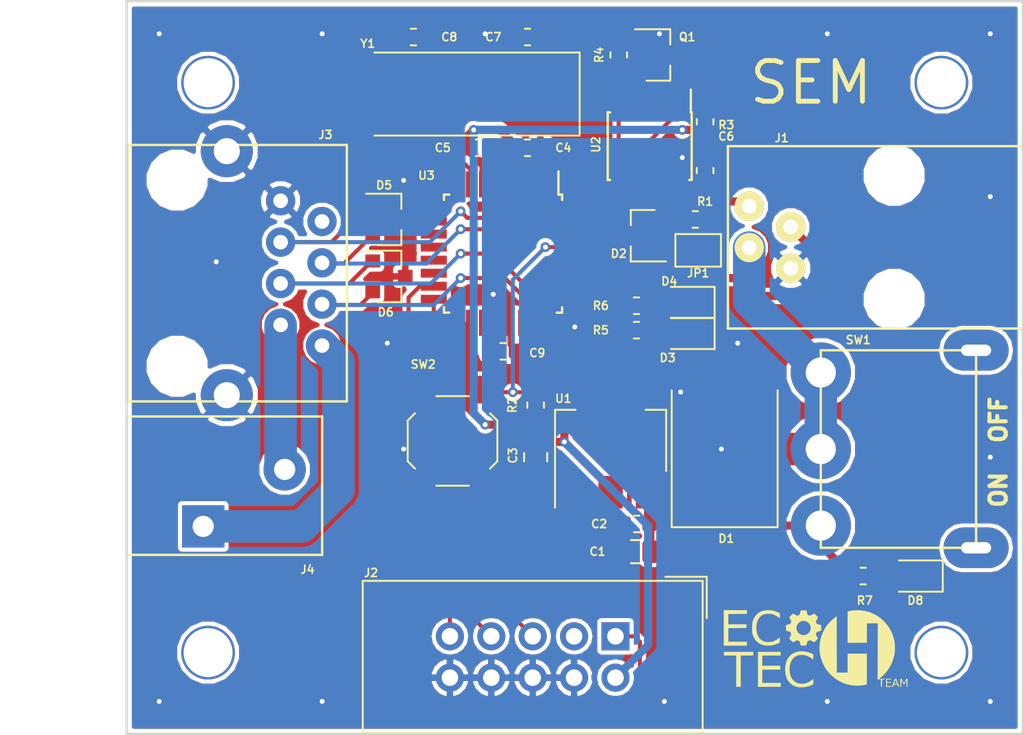
<source format=kicad_pcb>
(kicad_pcb (version 20171130) (host pcbnew 5.0.2-bee76a0~70~ubuntu18.04.1)
  (layers (0 F.Cu signal) (31 B.Cu signal) (34 B.Paste user hide) (35 F.Paste user) (36 B.SilkS user) (37 F.SilkS user) (38 B.Mask user) (39 F.Mask user) (44 Edge.Cuts user))
  (net 0 "")
  (net 1 +5V)
  (net 2 /RST)
  (net 3 "Net-(Q1-Pad3)")
  (net 4 /LED_R)
  (net 5 "Net-(D3-Pad2)")
  (net 6 "Net-(D4-Pad2)")
  (net 7 /LED_G)
  (net 8 +12V)
  (net 9 "Net-(D8-Pad2)")
  (net 10 GND)
  (net 11 /TX)
  (net 12 "Net-(JP1-Pad1)")
  (net 13 /B)
  (net 14 /B1)
  (net 15 /B2)
  (net 16 /B4)
  (net 17 /B3)
  (net 18 /A)
  (net 19 /RX)
  (net 20 "Net-(U3-Pad2)")
  (net 21 "Net-(C7-Pad1)")
  (net 22 "Net-(C8-Pad1)")
  (net 23 "Net-(U3-Pad9)")
  (net 24 "Net-(U3-Pad10)")
  (net 25 "Net-(U3-Pad11)")
  (net 26 "Net-(U3-Pad12)")
  (net 27 "Net-(U3-Pad13)")
  (net 28 "Net-(U3-Pad14)")
  (net 29 /MOSI)
  (net 30 /MISO)
  (net 31 /SCK)
  (net 32 "Net-(U3-Pad19)")
  (net 33 "Net-(C9-Pad1)")
  (net 34 "Net-(U3-Pad22)")
  (net 35 "Net-(U3-Pad27)")
  (net 36 "Net-(U3-Pad28)")
  (net 37 /BH_N)
  (net 38 /BH_P)
  (net 39 "Net-(D1-Pad1)")
  (net 40 "Net-(J3-Pad2)")
  (net 41 "Net-(J2-Pad3)")
  (module Package_QFP:TQFP-32_7x7mm_P0.8mm (layer F.Cu) (at 98.1 75.5 270)
    (fp_text reference U3 (at -4.8 4.7) (layer F.SilkS) (effects (font (size 0.5 0.5) (thickness 0.1))))
    (fp_text value ATmega8A-AU)
    (pad 32 smd rect (at -2.8 -4.25) (size 1.6 0.55) (layers F.Cu F.Paste F.Mask) (net 15 /B2))
    (pad 31 smd rect (at -2 -4.25) (size 1.6 0.55) (layers F.Cu F.Paste F.Mask) (net 11 /TX))
    (pad 30 smd rect (at -1.2 -4.25) (size 1.6 0.55) (layers F.Cu F.Paste F.Mask) (net 19 /RX))
    (pad 29 smd rect (at -0.4 -4.25) (size 1.6 0.55) (layers F.Cu F.Paste F.Mask) (net 2 /RST))
    (pad 28 smd rect (at 0.4 -4.25) (size 1.6 0.55) (layers F.Cu F.Paste F.Mask) (net 36 "Net-(U3-Pad28)"))
    (pad 27 smd rect (at 1.2 -4.25) (size 1.6 0.55) (layers F.Cu F.Paste F.Mask) (net 35 "Net-(U3-Pad27)"))
    (pad 26 smd rect (at 2 -4.25) (size 1.6 0.55) (layers F.Cu F.Paste F.Mask) (net 7 /LED_G))
    (pad 25 smd rect (at 2.8 -4.25) (size 1.6 0.55) (layers F.Cu F.Paste F.Mask) (net 4 /LED_R))
    (pad 24 smd rect (at 4.25 -2.8 270) (size 1.6 0.55) (layers F.Cu F.Paste F.Mask) (net 17 /B3))
    (pad 23 smd rect (at 4.25 -2 270) (size 1.6 0.55) (layers F.Cu F.Paste F.Mask) (net 16 /B4))
    (pad 22 smd rect (at 4.25 -1.2 270) (size 1.6 0.55) (layers F.Cu F.Paste F.Mask) (net 34 "Net-(U3-Pad22)"))
    (pad 21 smd rect (at 4.25 -0.4 270) (size 1.6 0.55) (layers F.Cu F.Paste F.Mask) (net 10 GND))
    (pad 20 smd rect (at 4.25 0.4 270) (size 1.6 0.55) (layers F.Cu F.Paste F.Mask) (net 33 "Net-(C9-Pad1)"))
    (pad 19 smd rect (at 4.25 1.2 270) (size 1.6 0.55) (layers F.Cu F.Paste F.Mask) (net 32 "Net-(U3-Pad19)"))
    (pad 18 smd rect (at 4.25 2 270) (size 1.6 0.55) (layers F.Cu F.Paste F.Mask) (net 1 +5V))
    (pad 17 smd rect (at 4.25 2.8 270) (size 1.6 0.55) (layers F.Cu F.Paste F.Mask) (net 31 /SCK))
    (pad 16 smd rect (at 2.8 4.25) (size 1.6 0.55) (layers F.Cu F.Paste F.Mask) (net 30 /MISO))
    (pad 15 smd rect (at 2 4.25) (size 1.6 0.55) (layers F.Cu F.Paste F.Mask) (net 29 /MOSI))
    (pad 14 smd rect (at 1.2 4.25) (size 1.6 0.55) (layers F.Cu F.Paste F.Mask) (net 28 "Net-(U3-Pad14)"))
    (pad 13 smd rect (at 0.4 4.25) (size 1.6 0.55) (layers F.Cu F.Paste F.Mask) (net 27 "Net-(U3-Pad13)"))
    (pad 12 smd rect (at -0.4 4.25) (size 1.6 0.55) (layers F.Cu F.Paste F.Mask) (net 26 "Net-(U3-Pad12)"))
    (pad 11 smd rect (at -1.2 4.25) (size 1.6 0.55) (layers F.Cu F.Paste F.Mask) (net 25 "Net-(U3-Pad11)"))
    (pad 10 smd rect (at -2 4.25) (size 1.6 0.55) (layers F.Cu F.Paste F.Mask) (net 24 "Net-(U3-Pad10)"))
    (pad 9 smd rect (at -2.8 4.25) (size 1.6 0.55) (layers F.Cu F.Paste F.Mask) (net 23 "Net-(U3-Pad9)"))
    (pad 8 smd rect (at -4.25 2.8 270) (size 1.6 0.55) (layers F.Cu F.Paste F.Mask) (net 22 "Net-(C8-Pad1)"))
    (pad 7 smd rect (at -4.25 2 270) (size 1.6 0.55) (layers F.Cu F.Paste F.Mask) (net 21 "Net-(C7-Pad1)"))
    (pad 6 smd rect (at -4.25 1.2 270) (size 1.6 0.55) (layers F.Cu F.Paste F.Mask) (net 1 +5V))
    (pad 5 smd rect (at -4.25 0.4 270) (size 1.6 0.55) (layers F.Cu F.Paste F.Mask) (net 10 GND))
    (pad 4 smd rect (at -4.25 -0.4 270) (size 1.6 0.55) (layers F.Cu F.Paste F.Mask) (net 1 +5V))
    (pad 3 smd rect (at -4.25 -1.2 270) (size 1.6 0.55) (layers F.Cu F.Paste F.Mask) (net 10 GND))
    (pad 2 smd rect (at -4.25 -2 270) (size 1.6 0.55) (layers F.Cu F.Paste F.Mask) (net 20 "Net-(U3-Pad2)"))
    (pad 1 smd rect (at -4.25 -2.8 270) (size 1.6 0.55) (layers F.Cu F.Paste F.Mask) (net 14 /B1))
  )
  (module Footprints:MTJ-88GX1-FSD (layer F.Cu) (at 78.1 76.7 270)
    (fp_text reference J3 (at -8.5 -9.1) (layer F.SilkS) (effects (font (size 0.5 0.5) (thickness 0.1))))
    (fp_text value 8P8C)
    (pad 0 thru_hole circle (at -7.493 -3.048 270) (size 3.2 3.2) (drill 1.6) (layers *.Cu *.Mask) (net 10 GND))
    (pad 0 thru_hole circle (at 7.493 -3.048 270) (size 3.2 3.2) (drill 1.6) (layers *.Cu *.Mask) (net 10 GND))
    (pad "" np_thru_hole circle (at -5.715 0 270) (size 3.25 3.25) (drill 3.25) (layers *.Cu *.Mask))
    (pad "" np_thru_hole circle (at 5.715 0 270) (size 3.25 3.25) (drill 3.25) (layers *.Cu *.Mask))
    (pad 8 thru_hole circle (at 4.445 -8.89 270) (size 1.8 1.8) (drill 0.9) (layers *.Cu *.Mask) (net 38 /BH_P))
    (pad 7 thru_hole circle (at 3.175 -6.35 270) (size 1.8 1.8) (drill 0.9) (layers *.Cu *.Mask) (net 37 /BH_N))
    (pad 6 thru_hole circle (at 1.905 -8.89 270) (size 1.8 1.8) (drill 0.9) (layers *.Cu *.Mask) (net 16 /B4))
    (pad 5 thru_hole circle (at 0.635 -6.35 270) (size 1.8 1.8) (drill 0.9) (layers *.Cu *.Mask) (net 17 /B3))
    (pad 4 thru_hole circle (at -0.635 -8.89 270) (size 1.8 1.8) (drill 0.9) (layers *.Cu *.Mask) (net 15 /B2))
    (pad 3 thru_hole circle (at -1.905 -6.35 270) (size 1.8 1.8) (drill 0.9) (layers *.Cu *.Mask) (net 14 /B1))
    (pad 2 thru_hole circle (at -3.175 -8.89 270) (size 1.8 1.8) (drill 0.9) (layers *.Cu *.Mask) (net 40 "Net-(J3-Pad2)"))
    (pad 1 thru_hole circle (at -4.445 -6.35 270) (size 1.8 1.8) (drill 0.9) (layers *.Cu *.Mask) (net 10 GND))
  )
  (module Crystal:Crystal_SMD_HC49-SD (layer F.Cu) (at 96.1 65.7 180)
    (fp_text reference Y1 (at 6.3 3.1 180) (layer F.SilkS) (effects (font (size 0.5 0.5) (thickness 0.1))))
    (fp_text value 8Mhz)
    (pad 2 smd rect (at 4.25 0 180) (size 4.5 2) (layers F.Cu F.Paste F.Mask) (net 22 "Net-(C8-Pad1)"))
    (pad 1 smd rect (at -4.25 0 180) (size 4.5 2) (layers F.Cu F.Paste F.Mask) (net 21 "Net-(C7-Pad1)"))
  )
  (module Package_SO:SOIC-8_3.9x4.9mm_P1.27mm (layer F.Cu) (at 107.1 68.9 270)
    (fp_text reference U2 (at -0.1 3.3 270) (layer F.SilkS) (effects (font (size 0.5 0.5) (thickness 0.1))))
    (fp_text value MAX485E)
    (pad 8 smd rect (at 2.7 -1.905 270) (size 1.55 0.6) (layers F.Cu F.Paste F.Mask) (net 1 +5V))
    (pad 7 smd rect (at 2.7 -0.635 270) (size 1.55 0.6) (layers F.Cu F.Paste F.Mask) (net 13 /B))
    (pad 6 smd rect (at 2.7 0.635 270) (size 1.55 0.6) (layers F.Cu F.Paste F.Mask) (net 18 /A))
    (pad 5 smd rect (at 2.7 1.905 270) (size 1.55 0.6) (layers F.Cu F.Paste F.Mask) (net 10 GND))
    (pad 4 smd rect (at -2.7 1.905 270) (size 1.55 0.6) (layers F.Cu F.Paste F.Mask) (net 11 /TX))
    (pad 3 smd rect (at -2.7 0.635 270) (size 1.55 0.6) (layers F.Cu F.Paste F.Mask) (net 3 "Net-(Q1-Pad3)"))
    (pad 2 smd rect (at -2.7 -0.635 270) (size 1.55 0.6) (layers F.Cu F.Paste F.Mask) (net 3 "Net-(Q1-Pad3)"))
    (pad 1 smd rect (at -2.7 -1.905 270) (size 1.55 0.6) (layers F.Cu F.Paste F.Mask) (net 19 /RX))
  )
  (module Capacitor_SMD:C_0603_1608Metric (layer F.Cu) (at 96.6 69)
    (fp_text reference C5 (at -2.2 0) (layer F.SilkS) (effects (font (size 0.5 0.5) (thickness 0.1))))
    (fp_text value 100n)
    (pad 2 smd roundrect (at 0.7875 0) (size 0.875 0.95) (layers F.Cu F.Paste F.Mask) (net 10 GND))
    (pad 1 smd roundrect (at -0.7875 0) (size 0.875 0.95) (layers F.Cu F.Paste F.Mask) (net 1 +5V))
  )
  (module Connector_IDC:IDC-Header_2x05_P2.54mm_Vertical (layer F.Cu) (at 105 99 270)
    (fp_text reference J2 (at -3.9 15) (layer F.SilkS) (effects (font (size 0.5 0.5) (thickness 0.1))))
    (fp_text value AVR-ISP-10)
    (pad 10 thru_hole oval (at 2.54 10.16 270) (size 1.7272 1.7272) (drill 1.016) (layers *.Cu *.Mask) (net 10 GND))
    (pad 9 thru_hole oval (at 0 10.16 270) (size 1.7272 1.7272) (drill 1.016) (layers *.Cu *.Mask) (net 30 /MISO))
    (pad 8 thru_hole oval (at 2.54 7.62 270) (size 1.7272 1.7272) (drill 1.016) (layers *.Cu *.Mask) (net 10 GND))
    (pad 7 thru_hole oval (at 0 7.62 270) (size 1.7272 1.7272) (drill 1.016) (layers *.Cu *.Mask) (net 31 /SCK))
    (pad 6 thru_hole oval (at 2.54 5.08 270) (size 1.7272 1.7272) (drill 1.016) (layers *.Cu *.Mask) (net 10 GND))
    (pad 5 thru_hole oval (at 0 5.08 270) (size 1.7272 1.7272) (drill 1.016) (layers *.Cu *.Mask) (net 2 /RST))
    (pad 4 thru_hole oval (at 2.54 2.54 270) (size 1.7272 1.7272) (drill 1.016) (layers *.Cu *.Mask) (net 10 GND))
    (pad 3 thru_hole oval (at 0 2.54 270) (size 1.7272 1.7272) (drill 1.016) (layers *.Cu *.Mask) (net 41 "Net-(J2-Pad3)"))
    (pad 2 thru_hole oval (at 2.54 0 270) (size 1.7272 1.7272) (drill 1.016) (layers *.Cu *.Mask) (net 1 +5V))
    (pad 1 thru_hole rect (at 0 0 270) (size 1.7272 1.7272) (drill 1.016) (layers *.Cu *.Mask) (net 29 /MOSI))
  )
  (module Button_Switch_SMD:SW_SPST_TL3342 (layer F.Cu) (at 95 87 90)
    (fp_text reference SW2 (at 4.7 -1.8 180) (layer F.SilkS) (effects (font (size 0.5 0.5) (thickness 0.1))))
    (fp_text value SW_Push)
    (pad 2 smd rect (at 3.15 1.9 90) (size 1.7 1) (layers F.Cu F.Paste F.Mask) (net 2 /RST))
    (pad 2 smd rect (at -3.15 1.9 90) (size 1.7 1) (layers F.Cu F.Paste F.Mask) (net 2 /RST))
    (pad 1 smd rect (at 3.15 -1.9 90) (size 1.7 1) (layers F.Cu F.Paste F.Mask) (net 10 GND))
    (pad 1 smd rect (at -3.15 -1.9 90) (size 1.7 1) (layers F.Cu F.Paste F.Mask) (net 10 GND))
  )
  (module Capacitor_SMD:C_0603_1608Metric (layer F.Cu) (at 106.3 92.1 180)
    (fp_text reference C2 (at 2.3 0 180) (layer F.SilkS) (effects (font (size 0.5 0.5) (thickness 0.1))))
    (fp_text value 100n)
    (pad 2 smd roundrect (at 0.7875 0 180) (size 0.875 0.95) (layers F.Cu F.Paste F.Mask) (net 10 GND))
    (pad 1 smd roundrect (at -0.7875 0 180) (size 0.875 0.95) (layers F.Cu F.Paste F.Mask) (net 8 +12V))
  )
  (module Capacitor_SMD:C_0603_1608Metric (layer F.Cu) (at 99.6 69)
    (fp_text reference C4 (at 2.2 0) (layer F.SilkS) (effects (font (size 0.5 0.5) (thickness 0.1))))
    (fp_text value 100n)
    (pad 2 smd roundrect (at 0.7875 0) (size 0.875 0.95) (layers F.Cu F.Paste F.Mask) (net 10 GND))
    (pad 1 smd roundrect (at -0.7875 0) (size 0.875 0.95) (layers F.Cu F.Paste F.Mask) (net 1 +5V))
  )
  (module Capacitor_SMD:C_0603_1608Metric (layer F.Cu) (at 110.5 70.4 90)
    (fp_text reference C6 (at 2.1 1.3 180) (layer F.SilkS) (effects (font (size 0.5 0.5) (thickness 0.1))))
    (fp_text value 100n)
    (pad 2 smd roundrect (at 0.7875 0 90) (size 0.875 0.95) (layers F.Cu F.Paste F.Mask) (net 10 GND))
    (pad 1 smd roundrect (at -0.7875 0 90) (size 0.875 0.95) (layers F.Cu F.Paste F.Mask) (net 1 +5V))
  )
  (module Capacitor_SMD:C_0603_1608Metric (layer F.Cu) (at 99.6 62.2 180)
    (fp_text reference C7 (at 2.1 0 180) (layer F.SilkS) (effects (font (size 0.5 0.5) (thickness 0.1))))
    (fp_text value 22p)
    (pad 2 smd roundrect (at 0.7875 0 180) (size 0.875 0.95) (layers F.Cu F.Paste F.Mask) (net 10 GND))
    (pad 1 smd roundrect (at -0.7875 0 180) (size 0.875 0.95) (layers F.Cu F.Paste F.Mask) (net 21 "Net-(C7-Pad1)"))
  )
  (module Capacitor_SMD:C_0603_1608Metric (layer F.Cu) (at 92.6 62.2)
    (fp_text reference C8 (at 2.2 0) (layer F.SilkS) (effects (font (size 0.5 0.5) (thickness 0.1))))
    (fp_text value 22p)
    (pad 2 smd roundrect (at 0.7875 0) (size 0.875 0.95) (layers F.Cu F.Paste F.Mask) (net 10 GND))
    (pad 1 smd roundrect (at -0.7875 0) (size 0.875 0.95) (layers F.Cu F.Paste F.Mask) (net 22 "Net-(C8-Pad1)"))
  )
  (module Capacitor_SMD:C_0603_1608Metric (layer F.Cu) (at 98.1 81.5)
    (fp_text reference C9 (at 2.1 0.1) (layer F.SilkS) (effects (font (size 0.5 0.5) (thickness 0.1))))
    (fp_text value 100n)
    (pad 2 smd roundrect (at 0.7875 0) (size 0.875 0.95) (layers F.Cu F.Paste F.Mask) (net 10 GND))
    (pad 1 smd roundrect (at -0.7875 0) (size 0.875 0.95) (layers F.Cu F.Paste F.Mask) (net 33 "Net-(C9-Pad1)"))
  )
  (module Capacitor_SMD:C_0805_2012Metric (layer F.Cu) (at 106.2 93.8 180)
    (fp_text reference C1 (at 2.3 0 180) (layer F.SilkS) (effects (font (size 0.5 0.5) (thickness 0.1))))
    (fp_text value 10u)
    (pad 2 smd roundrect (at 0.9375 0 180) (size 0.975 1.4) (layers F.Cu F.Paste F.Mask) (net 10 GND))
    (pad 1 smd roundrect (at -0.9375 0 180) (size 0.975 1.4) (layers F.Cu F.Paste F.Mask) (net 8 +12V))
  )
  (module Capacitor_SMD:C_0805_2012Metric (layer F.Cu) (at 100.1 88 270)
    (fp_text reference C3 (at -0.1 1.4 270) (layer F.SilkS) (effects (font (size 0.5 0.5) (thickness 0.1))))
    (fp_text value 10u)
    (pad 2 smd roundrect (at 0.9375 0 270) (size 0.975 1.4) (layers F.Cu F.Paste F.Mask) (net 10 GND))
    (pad 1 smd roundrect (at -0.9375 0 270) (size 0.975 1.4) (layers F.Cu F.Paste F.Mask) (net 1 +5V))
  )
  (module Diode_SMD:D_SMC (layer F.Cu) (at 111.7 87.5 90)
    (fp_text reference D1 (at -5.5 0.1 180) (layer F.SilkS) (effects (font (size 0.5 0.5) (thickness 0.1))))
    (fp_text value D_TVS_ALT)
    (pad 2 smd rect (at 3.4 0 180) (size 3.3 2.5) (layers F.Cu F.Paste F.Mask) (net 10 GND))
    (pad 1 smd rect (at -3.4 0 180) (size 3.3 2.5) (layers F.Cu F.Paste F.Mask) (net 39 "Net-(D1-Pad1)"))
  )
  (module Footprints:4P4C (layer F.Cu) (at 122.1 74.5 90)
    (fp_text reference J1 (at 6.1 -6.9 180) (layer F.SilkS) (effects (font (size 0.5 0.5) (thickness 0.1))))
    (fp_text value 4P4C)
    (pad "" np_thru_hole circle (at -3.81 0 90) (size 3.25 3.25) (drill 3.25) (layers *.Cu *.Mask))
    (pad "" np_thru_hole circle (at 3.81 0 90) (size 3.25 3.25) (drill 3.25) (layers *.Cu *.Mask))
    (pad 1 thru_hole circle (at -1.9 -6.35 90) (size 1.8 1.8) (drill 0.9) (layers *.Cu *.Mask F.SilkS) (net 10 GND))
    (pad 2 thru_hole circle (at -0.63 -8.89 90) (size 1.8 1.8) (drill 0.9) (layers *.Cu *.Mask F.SilkS) (net 39 "Net-(D1-Pad1)"))
    (pad 4 thru_hole circle (at 1.91 -8.89 90) (size 1.8 1.8) (drill 0.9) (layers *.Cu *.Mask F.SilkS) (net 13 /B))
    (pad 3 thru_hole circle (at 0.64 -6.35 90) (size 1.8 1.8) (drill 0.9) (layers *.Cu *.Mask F.SilkS) (net 18 /A))
  )
  (module Footprints:5MS1S102AM6QE (layer F.Cu) (at 122.6 87.5 90)
    (fp_text reference SW1 (at 6.7 -2.7 180) (layer F.SilkS) (effects (font (size 0.5 0.5) (thickness 0.1))))
    (fp_text value SW_SPDT)
    (pad 0 thru_hole oval (at 6.065 4.53 90) (size 2.5 4) (drill oval 0.7 1.85) (layers *.Cu *.Mask))
    (pad 0 thru_hole oval (at -6.065 4.53 90) (size 2.5 4) (drill oval 0.7 1.85) (layers *.Cu *.Mask))
    (pad 3 thru_hole circle (at -4.7 -5 90) (size 3.7 3.7) (drill 1.85) (layers *.Cu *.Mask) (net 8 +12V))
    (pad 2 thru_hole circle (at 0 -5 90) (size 3.7 3.7) (drill 1.85) (layers *.Cu *.Mask) (net 39 "Net-(D1-Pad1)"))
    (pad 1 thru_hole circle (at 4.7 -5 90) (size 3.7 3.7) (drill 1.85) (layers *.Cu *.Mask) (net 39 "Net-(D1-Pad1)"))
  )
  (module Footprints:TerminalBlock_DG250_02P (layer F.Cu) (at 75 94 90)
    (fp_text reference J4 (at -0.9 11.1 180) (layer F.SilkS) (effects (font (size 0.5 0.5) (thickness 0.1))))
    (fp_text value Screw_Terminal_01x02 hide)
    (pad 1 thru_hole rect (at 1.75 4.7 90) (size 2.6 2.6) (drill 1.3) (layers *.Cu *.Mask) (net 38 /BH_P))
    (pad 2 thru_hole circle (at 5.25 9.7 90) (size 2.6 2.6) (drill 1.3) (layers *.Cu *.Mask) (net 37 /BH_N))
  )
  (module Jumper:SolderJumper-2_P1.3mm_Open_TrianglePad1.0x1.5mm (layer F.Cu) (at 110.075 75.3 180)
    (fp_text reference JP1 (at 0 -1.4 180) (layer F.SilkS) (effects (font (size 0.5 0.5) (thickness 0.1))))
    (fp_text value Jumper_NO_Small)
    (pad 1 smd custom (at -0.725 0 180) (size 0.3 0.3) (layers F.Cu F.Mask) (net 12 "Net-(JP1-Pad1)") (options (clearance outline) (anchor rect)) (primitives (gr_poly (pts (xy -0.5 -0.75) (xy 0.5 -0.75) (xy 1 0) (xy 0.5 0.75) (xy -0.5 0.75)) (width 0))))
    (pad 2 smd custom (at 0.725 0 180) (size 0.3 0.3) (layers F.Cu F.Mask) (net 18 /A) (options (clearance outline) (anchor rect)) (primitives (gr_poly (pts (xy -0.65 -0.75) (xy 0.5 -0.75) (xy 0.5 0.75) (xy -0.65 0.75) (xy -0.15 0)) (width 0))))
  )
  (module LED_SMD:LED_0805_2012Metric (layer F.Cu) (at 123.4 95.3 180)
    (fp_text reference D8 (at 0 -1.5 180) (layer F.SilkS) (effects (font (size 0.5 0.5) (thickness 0.1))))
    (fp_text value GREEN)
    (pad 2 smd roundrect (at 0.9375 0 180) (size 0.975 1.4) (layers F.Cu F.Paste F.Mask) (net 9 "Net-(D8-Pad2)"))
    (pad 1 smd roundrect (at -0.9375 0 180) (size 0.975 1.4) (layers F.Cu F.Paste F.Mask) (net 10 GND))
  )
  (module LED_SMD:LED_0805_2012Metric (layer F.Cu) (at 109.4 78.5 180)
    (fp_text reference D4 (at 1.1 1.3 180) (layer F.SilkS) (effects (font (size 0.5 0.5) (thickness 0.1))))
    (fp_text value GREEN)
    (pad 2 smd roundrect (at 0.9375 0 180) (size 0.975 1.4) (layers F.Cu F.Paste F.Mask) (net 6 "Net-(D4-Pad2)"))
    (pad 1 smd roundrect (at -0.9375 0 180) (size 0.975 1.4) (layers F.Cu F.Paste F.Mask) (net 10 GND))
  )
  (module LED_SMD:LED_0805_2012Metric (layer F.Cu) (at 109.4 80.4 180)
    (fp_text reference D3 (at 1.2 -1.5 180) (layer F.SilkS) (effects (font (size 0.5 0.5) (thickness 0.1))))
    (fp_text value RED)
    (pad 2 smd roundrect (at 0.9375 0 180) (size 0.975 1.4) (layers F.Cu F.Paste F.Mask) (net 5 "Net-(D3-Pad2)"))
    (pad 1 smd roundrect (at -0.9375 0 180) (size 0.975 1.4) (layers F.Cu F.Paste F.Mask) (net 10 GND))
  )
  (module Package_TO_SOT_SMD:SOT-223-3_TabPin2 (layer F.Cu) (at 104.7 87 90)
    (fp_text reference U1 (at 2.6 -2.9 180) (layer F.SilkS) (effects (font (size 0.5 0.5) (thickness 0.1))))
    (fp_text value LD1117S50TR_SOT223)
    (pad 1 smd rect (at -3.15 -2.3 90) (size 2 1.5) (layers F.Cu F.Paste F.Mask) (net 10 GND))
    (pad 3 smd rect (at -3.15 2.3 90) (size 2 1.5) (layers F.Cu F.Paste F.Mask) (net 8 +12V))
    (pad 2 smd rect (at -3.15 0 90) (size 2 1.5) (layers F.Cu F.Paste F.Mask) (net 1 +5V))
    (pad 2 smd rect (at 3.15 0 90) (size 2 3.8) (layers F.Cu F.Paste F.Mask) (net 1 +5V))
  )
  (module Package_TO_SOT_SMD:SOT-23 (layer F.Cu) (at 106.7 74.4 180)
    (fp_text reference D2 (at 1.5 -1.1) (layer F.SilkS) (effects (font (size 0.5 0.5) (thickness 0.1))))
    (fp_text value NUP2105L)
    (pad 3 smd rect (at 1 0 180) (size 0.9 0.8) (layers F.Cu F.Paste F.Mask) (net 10 GND))
    (pad 2 smd rect (at -1 0.95 180) (size 0.9 0.8) (layers F.Cu F.Paste F.Mask) (net 13 /B))
    (pad 1 smd rect (at -1 -0.95 180) (size 0.9 0.8) (layers F.Cu F.Paste F.Mask) (net 18 /A))
  )
  (module Package_TO_SOT_SMD:SOT-23 (layer F.Cu) (at 91.1 76.9)
    (fp_text reference D6 (at -0.2 2.2) (layer F.SilkS) (effects (font (size 0.5 0.5) (thickness 0.1))))
    (fp_text value NUP2105L)
    (pad 3 smd rect (at 1 0) (size 0.9 0.8) (layers F.Cu F.Paste F.Mask) (net 10 GND))
    (pad 2 smd rect (at -1 0.95) (size 0.9 0.8) (layers F.Cu F.Paste F.Mask) (net 16 /B4))
    (pad 1 smd rect (at -1 -0.95) (size 0.9 0.8) (layers F.Cu F.Paste F.Mask) (net 17 /B3))
  )
  (module Package_TO_SOT_SMD:SOT-23 (layer F.Cu) (at 107.6 63.3)
    (fp_text reference Q1 (at 1.8 -1.1) (layer F.SilkS) (effects (font (size 0.5 0.5) (thickness 0.1))))
    (fp_text value Q_NMOS_GSD)
    (pad 3 smd rect (at 1 0) (size 0.9 0.8) (layers F.Cu F.Paste F.Mask) (net 3 "Net-(Q1-Pad3)"))
    (pad 2 smd rect (at -1 0.95) (size 0.9 0.8) (layers F.Cu F.Paste F.Mask) (net 10 GND))
    (pad 1 smd rect (at -1 -0.95) (size 0.9 0.8) (layers F.Cu F.Paste F.Mask) (net 11 /TX))
  )
  (module Package_TO_SOT_SMD:SOT-23 (layer F.Cu) (at 91.1 73.4)
    (fp_text reference D5 (at -0.3 -2.1) (layer F.SilkS) (effects (font (size 0.5 0.5) (thickness 0.1))))
    (fp_text value NUP2105L)
    (pad 3 smd rect (at 1 0) (size 0.9 0.8) (layers F.Cu F.Paste F.Mask) (net 10 GND))
    (pad 2 smd rect (at -1 0.95) (size 0.9 0.8) (layers F.Cu F.Paste F.Mask) (net 15 /B2))
    (pad 1 smd rect (at -1 -0.95) (size 0.9 0.8) (layers F.Cu F.Paste F.Mask) (net 14 /B1))
  )
  (module Resistor_SMD:R_0603_1608Metric (layer F.Cu) (at 109.9 73.4 180)
    (fp_text reference R1 (at -0.6 1.1 180) (layer F.SilkS) (effects (font (size 0.5 0.5) (thickness 0.1))))
    (fp_text value 120)
    (pad 2 smd roundrect (at 0.7875 0 180) (size 0.875 0.95) (layers F.Cu F.Paste F.Mask) (net 13 /B))
    (pad 1 smd roundrect (at -0.7875 0 180) (size 0.875 0.95) (layers F.Cu F.Paste F.Mask) (net 12 "Net-(JP1-Pad1)"))
  )
  (module Resistor_SMD:R_0603_1608Metric (layer F.Cu) (at 105.2 63.3 270)
    (fp_text reference R4 (at 0 1.2 270) (layer F.SilkS) (effects (font (size 0.5 0.5) (thickness 0.1))))
    (fp_text value 10k)
    (pad 2 smd roundrect (at 0.7875 0 270) (size 0.875 0.95) (layers F.Cu F.Paste F.Mask) (net 10 GND))
    (pad 1 smd roundrect (at -0.7875 0 270) (size 0.875 0.95) (layers F.Cu F.Paste F.Mask) (net 11 /TX))
  )
  (module Resistor_SMD:R_0603_1608Metric (layer F.Cu) (at 120.2 95.3)
    (fp_text reference R7 (at 0.1 1.5) (layer F.SilkS) (effects (font (size 0.5 0.5) (thickness 0.1))))
    (fp_text value 2k)
    (pad 2 smd roundrect (at 0.7875 0) (size 0.875 0.95) (layers F.Cu F.Paste F.Mask) (net 9 "Net-(D8-Pad2)"))
    (pad 1 smd roundrect (at -0.7875 0) (size 0.875 0.95) (layers F.Cu F.Paste F.Mask) (net 8 +12V))
  )
  (module Resistor_SMD:R_0603_1608Metric (layer F.Cu) (at 106.2875 78.7)
    (fp_text reference R6 (at -2.1875 0) (layer F.SilkS) (effects (font (size 0.5 0.5) (thickness 0.1))))
    (fp_text value 1k)
    (pad 2 smd roundrect (at 0.7875 0) (size 0.875 0.95) (layers F.Cu F.Paste F.Mask) (net 6 "Net-(D4-Pad2)"))
    (pad 1 smd roundrect (at -0.7875 0) (size 0.875 0.95) (layers F.Cu F.Paste F.Mask) (net 7 /LED_G))
  )
  (module Resistor_SMD:R_0603_1608Metric (layer F.Cu) (at 106.2875 80.2)
    (fp_text reference R5 (at -2.1875 0) (layer F.SilkS) (effects (font (size 0.5 0.5) (thickness 0.1))))
    (fp_text value 1k)
    (pad 2 smd roundrect (at 0.7875 0) (size 0.875 0.95) (layers F.Cu F.Paste F.Mask) (net 5 "Net-(D3-Pad2)"))
    (pad 1 smd roundrect (at -0.7875 0) (size 0.875 0.95) (layers F.Cu F.Paste F.Mask) (net 4 /LED_R))
  )
  (module Resistor_SMD:R_0603_1608Metric (layer F.Cu) (at 110.5 67.4 90)
    (fp_text reference R3 (at -0.2 1.3 180) (layer F.SilkS) (effects (font (size 0.5 0.5) (thickness 0.1))))
    (fp_text value 10k)
    (pad 2 smd roundrect (at 0.7875 0 90) (size 0.875 0.95) (layers F.Cu F.Paste F.Mask) (net 3 "Net-(Q1-Pad3)"))
    (pad 1 smd roundrect (at -0.7875 0 90) (size 0.875 0.95) (layers F.Cu F.Paste F.Mask) (net 1 +5V))
  )
  (module Resistor_SMD:R_0603_1608Metric (layer F.Cu) (at 100.1 84.8 90)
    (fp_text reference R2 (at 0 -1.43 90) (layer F.SilkS) (effects (font (size 0.5 0.5) (thickness 0.1))))
    (fp_text value 10k)
    (pad 2 smd roundrect (at 0.7875 0 90) (size 0.875 0.95) (layers F.Cu F.Paste F.Mask) (net 2 /RST))
    (pad 1 smd roundrect (at -0.7875 0 90) (size 0.875 0.95) (layers F.Cu F.Paste F.Mask) (net 1 +5V))
  )
  (module Footprints:EcoTech (layer F.Cu) (at 117 100)
    (fp_text reference G*** hide)
    (fp_text value LOGO hide)
  )
  (gr_text SEM (at 117 65) (layer F.SilkS) (effects (font (size 2.5 2.5) (thickness 0.3))))
  (gr_text OFF (at 128.5 85.7 90) (layer F.SilkS) (effects (font (size 1 1) (thickness 0.25))))
  (gr_text ON (at 128.5 90 90) (layer F.SilkS) (effects (font (size 1 1) (thickness 0.25))))
  (gr_line (start 75 60) (end 75 105) (layer Edge.Cuts) (width 0.15))
  (gr_line (start 130 60) (end 75 60) (layer Edge.Cuts) (width 0.15))
  (gr_line (start 130 105) (end 75 105) (layer Edge.Cuts) (width 0.15))
  (gr_line (start 130 105) (end 130 60) (layer Edge.Cuts) (width 0.15))
  (via (at 125 100) (size 3.3) (drill 3) (layers F.Cu B.Cu) (net 0))
  (via (at 125 65) (size 3.3) (drill 3) (layers F.Cu B.Cu) (net 0))
  (via (at 80 100) (size 3.3) (drill 3) (layers F.Cu B.Cu) (net 0))
  (via (at 80 65) (size 3.3) (drill 3) (layers F.Cu B.Cu) (net 0))
  (via (at 109.1 67.9) (size 0.6) (drill 0.3) (layers F.Cu B.Cu) (net 1))
  (segment (start 100.6375 87.0625) (end 100.1 87.0625) (width 0.5) (layer F.Cu) (net 1))
  (segment (start 104.7 83.85) (end 103.85 83.85) (width 0.5) (layer F.Cu) (net 1))
  (segment (start 100.9 87.0625) (end 100.1 87.0625) (width 0.5) (layer F.Cu) (net 1))
  (segment (start 101.8625 87.0625) (end 101.8625 87.0625) (width 0.5) (layer F.Cu) (net 1))
  (segment (start 104.7 90.15) (end 104.7 89.9) (width 0.5) (layer F.Cu) (net 1))
  (segment (start 104.7 89.9) (end 101.8625 87.0625) (width 0.5) (layer F.Cu) (net 1))
  (segment (start 100.1 87.0625) (end 100.1 85.5875) (width 0.5) (layer F.Cu) (net 1))
  (via (at 96.3 67.9) (size 0.6) (drill 0.3) (layers F.Cu B.Cu) (net 1))
  (segment (start 110.2125 67.9) (end 110.5 68.1875) (width 0.5) (layer F.Cu) (net 1))
  (segment (start 109.4175 71.1875) (end 109.005 71.6) (width 0.5) (layer F.Cu) (net 1))
  (segment (start 110.5 71.1875) (end 109.4175 71.1875) (width 0.5) (layer F.Cu) (net 1))
  (via (at 97 86) (size 0.6) (drill 0.3) (layers F.Cu B.Cu) (net 1))
  (segment (start 96.3 85.3) (end 97 86) (width 0.5) (layer B.Cu) (net 1))
  (segment (start 96.3 67.9) (end 96.3 85.3) (width 0.5) (layer B.Cu) (net 1))
  (segment (start 99.0375 86) (end 97 86) (width 0.5) (layer F.Cu) (net 1))
  (segment (start 100.1 87.0625) (end 99.0375 86) (width 0.5) (layer F.Cu) (net 1))
  (segment (start 109.1 67.9) (end 110.2125 67.9) (width 0.5) (layer F.Cu) (net 1))
  (segment (start 105 101.54) (end 107 99.54) (width 0.5) (layer B.Cu) (net 1))
  (segment (start 107 99.54) (end 107 92.2) (width 0.5) (layer B.Cu) (net 1))
  (segment (start 107 92.2) (end 102 87.2) (width 0.5) (layer B.Cu) (net 1))
  (segment (start 101.8625 87.0625) (end 100.9 87.0625) (width 0.5) (layer F.Cu) (net 1))
  (via (at 101.8625 87.0625) (size 0.6) (drill 0.3) (layers F.Cu B.Cu) (net 1))
  (segment (start 96.9 70.0875) (end 95.8125 69) (width 0.5) (layer F.Cu) (net 1))
  (segment (start 96.9 71.25) (end 96.9 70.0875) (width 0.5) (layer F.Cu) (net 1))
  (segment (start 95.8125 68.3875) (end 96.3 67.9) (width 0.5) (layer F.Cu) (net 1))
  (segment (start 95.8125 69) (end 95.8125 68.3875) (width 0.5) (layer F.Cu) (net 1))
  (segment (start 110.7875 68.1875) (end 110.5 68.1875) (width 0.5) (layer F.Cu) (net 1))
  (segment (start 111.5 68.9) (end 110.7875 68.1875) (width 0.5) (layer F.Cu) (net 1))
  (segment (start 111.5 70.4) (end 111.5 68.9) (width 0.5) (layer F.Cu) (net 1))
  (segment (start 110.5 71.1875) (end 110.7125 71.1875) (width 0.5) (layer F.Cu) (net 1))
  (segment (start 110.7125 71.1875) (end 111.5 70.4) (width 0.5) (layer F.Cu) (net 1))
  (segment (start 98.8125 68.8125) (end 98.8125 69) (width 0.5) (layer F.Cu) (net 1))
  (segment (start 96.3 67.9) (end 97.9 67.9) (width 0.5) (layer F.Cu) (net 1))
  (segment (start 97.9 67.9) (end 98.8125 68.8125) (width 0.5) (layer F.Cu) (net 1))
  (segment (start 96.3 67.9) (end 109.1 67.9) (width 0.5) (layer B.Cu) (net 1))
  (segment (start 101.8625 85.8375) (end 103.85 83.85) (width 0.5) (layer F.Cu) (net 1))
  (segment (start 101.8625 87.0625) (end 101.8625 85.8375) (width 0.5) (layer F.Cu) (net 1))
  (segment (start 95.935001 81.000001) (end 96.025001 80.910001) (width 0.5) (layer F.Cu) (net 1))
  (segment (start 96.025001 79.824999) (end 96.1 79.75) (width 0.5) (layer F.Cu) (net 1))
  (segment (start 96.025001 80.910001) (end 96.025001 79.824999) (width 0.5) (layer F.Cu) (net 1))
  (segment (start 95.875031 81.000001) (end 95.935001 81.000001) (width 0.5) (layer F.Cu) (net 1))
  (segment (start 97 86) (end 95.875031 84.875031) (width 0.5) (layer F.Cu) (net 1))
  (segment (start 95.875031 84.875031) (end 95.875031 81.000001) (width 0.5) (layer F.Cu) (net 1))
  (segment (start 98.5 69.3125) (end 98.8125 69) (width 0.5) (layer F.Cu) (net 1))
  (segment (start 98.5 71.25) (end 98.5 69.3125) (width 0.5) (layer F.Cu) (net 1))
  (via (at 100.7 75.1) (size 0.6) (drill 0.3) (layers F.Cu B.Cu) (net 2))
  (segment (start 97.0625 84.0125) (end 96.9 83.85) (width 0.25) (layer F.Cu) (net 2))
  (segment (start 100.1 84.0125) (end 98.7 84.0125) (width 0.25) (layer F.Cu) (net 2))
  (segment (start 98.7 84.0125) (end 97.0625 84.0125) (width 0.25) (layer F.Cu) (net 2))
  (via (at 98.7 84.0125) (size 0.6) (drill 0.3) (layers F.Cu B.Cu) (net 2))
  (segment (start 102.35 75.1) (end 100.7 75.1) (width 0.25) (layer F.Cu) (net 2))
  (segment (start 98.7 77.1) (end 98.7 84.0125) (width 0.25) (layer B.Cu) (net 2))
  (segment (start 100.7 75.1) (end 98.7 77.1) (width 0.25) (layer B.Cu) (net 2))
  (segment (start 96.9 95.98) (end 96.9 90.15) (width 0.25) (layer F.Cu) (net 2))
  (segment (start 99.92 99) (end 96.9 95.98) (width 0.25) (layer F.Cu) (net 2))
  (segment (start 108.55 63.3) (end 108.6 63.3) (width 0.25) (layer F.Cu) (net 3))
  (segment (start 107.735 66.2) (end 107.735 64.115) (width 0.25) (layer F.Cu) (net 3))
  (segment (start 107.735 64.115) (end 108.55 63.3) (width 0.25) (layer F.Cu) (net 3))
  (segment (start 106.465 66.2) (end 107.735 66.2) (width 0.25) (layer F.Cu) (net 3))
  (segment (start 110.5 65) (end 110.5 66.075) (width 0.25) (layer F.Cu) (net 3))
  (segment (start 108.6 63.3) (end 108.8 63.3) (width 0.25) (layer F.Cu) (net 3))
  (segment (start 110.5 66.075) (end 110.5 66.6125) (width 0.25) (layer F.Cu) (net 3))
  (segment (start 108.8 63.3) (end 110.5 65) (width 0.25) (layer F.Cu) (net 3))
  (segment (start 103.6 78.3) (end 105.5 80.2) (width 0.25) (layer F.Cu) (net 4))
  (segment (start 102.35 78.3) (end 103.6 78.3) (width 0.25) (layer F.Cu) (net 4))
  (segment (start 108.2625 80.2) (end 108.4625 80.4) (width 0.25) (layer F.Cu) (net 5))
  (segment (start 107.075 80.2) (end 108.2625 80.2) (width 0.25) (layer F.Cu) (net 5))
  (segment (start 108.2625 78.7) (end 108.4625 78.5) (width 0.25) (layer F.Cu) (net 6))
  (segment (start 107.075 78.7) (end 108.2625 78.7) (width 0.25) (layer F.Cu) (net 6))
  (segment (start 104.3 77.5) (end 105.5 78.7) (width 0.25) (layer F.Cu) (net 7))
  (segment (start 102.35 77.5) (end 104.3 77.5) (width 0.25) (layer F.Cu) (net 7))
  (segment (start 107 92.0125) (end 107.0875 92.1) (width 0.5) (layer F.Cu) (net 8))
  (segment (start 107 90.15) (end 107 92.0125) (width 0.5) (layer F.Cu) (net 8))
  (segment (start 107.725 93.8) (end 107.1375 93.8) (width 0.5) (layer F.Cu) (net 8))
  (segment (start 113.383705 93.8) (end 107.725 93.8) (width 0.5) (layer F.Cu) (net 8))
  (segment (start 117.6 92.2) (end 114.983705 92.2) (width 0.5) (layer F.Cu) (net 8))
  (segment (start 114.983705 92.2) (end 113.383705 93.8) (width 0.5) (layer F.Cu) (net 8))
  (segment (start 107.1375 92.15) (end 107.0875 92.1) (width 0.5) (layer F.Cu) (net 8))
  (segment (start 107.1375 93.8) (end 107.1375 92.15) (width 0.5) (layer F.Cu) (net 8))
  (segment (start 117.6 93.4) (end 117.6 92.2) (width 0.5) (layer F.Cu) (net 8))
  (segment (start 119.4125 95.3) (end 119.4125 95.2125) (width 0.5) (layer F.Cu) (net 8))
  (segment (start 119.4125 95.2125) (end 117.6 93.4) (width 0.5) (layer F.Cu) (net 8))
  (segment (start 120.9875 95.3) (end 122.4625 95.3) (width 0.25) (layer F.Cu) (net 9))
  (segment (start 106.4375 64.0875) (end 106.6 64.25) (width 0.25) (layer F.Cu) (net 10))
  (segment (start 105.2 64.0875) (end 106.4375 64.0875) (width 0.25) (layer F.Cu) (net 10))
  (segment (start 106.6 63.830002) (end 107.7 62.730002) (width 0.25) (layer F.Cu) (net 10))
  (segment (start 106.6 64.25) (end 106.6 63.830002) (width 0.25) (layer F.Cu) (net 10))
  (segment (start 107.7 62.730002) (end 107.7 62.2) (width 0.25) (layer F.Cu) (net 10))
  (segment (start 97.7 69.3125) (end 97.3875 69) (width 0.25) (layer F.Cu) (net 10))
  (segment (start 97.7 71.25) (end 97.7 69.3125) (width 0.5) (layer F.Cu) (net 10))
  (segment (start 99.3 70.0875) (end 100.3875 69) (width 0.5) (layer F.Cu) (net 10))
  (segment (start 99.3 71.25) (end 99.3 70.0875) (width 0.5) (layer F.Cu) (net 10))
  (segment (start 105.7 74.4) (end 105.5 74.2) (width 0.25) (layer F.Cu) (net 10))
  (segment (start 97.6 68.7875) (end 97.3875 69) (width 0.25) (layer F.Cu) (net 10))
  (segment (start 110.3375 78.5) (end 108.9375 77.1) (width 0.25) (layer F.Cu) (net 10))
  (via (at 109.1 69.6) (size 0.6) (drill 0.3) (layers F.Cu B.Cu) (net 10))
  (segment (start 108.5 70.2) (end 108.700001 69.999999) (width 0.25) (layer F.Cu) (net 10))
  (segment (start 106.12 70.2) (end 108.5 70.2) (width 0.25) (layer F.Cu) (net 10))
  (segment (start 108.700001 69.999999) (end 109.1 69.6) (width 0.25) (layer F.Cu) (net 10))
  (segment (start 105.195 71.6) (end 105.195 71.125) (width 0.25) (layer F.Cu) (net 10))
  (segment (start 105.195 71.125) (end 106.12 70.2) (width 0.25) (layer F.Cu) (net 10))
  (segment (start 105.195 71.6) (end 105.195 72.695) (width 0.25) (layer F.Cu) (net 10))
  (segment (start 105.195 72.695) (end 105.6 73.1) (width 0.25) (layer F.Cu) (net 10))
  (segment (start 98.5 81.1125) (end 98.8875 81.5) (width 0.25) (layer F.Cu) (net 10))
  (segment (start 98.5 79.75) (end 98.5 81.1125) (width 0.25) (layer F.Cu) (net 10))
  (segment (start 97.7 72.335002) (end 97.7 71.25) (width 0.5) (layer F.Cu) (net 10))
  (segment (start 97.864999 72.500001) (end 97.7 72.335002) (width 0.5) (layer F.Cu) (net 10))
  (segment (start 99.135001 72.500001) (end 97.864999 72.500001) (width 0.5) (layer F.Cu) (net 10))
  (segment (start 99.3 71.25) (end 99.3 72.335002) (width 0.5) (layer F.Cu) (net 10))
  (segment (start 99.3 72.335002) (end 99.135001 72.500001) (width 0.5) (layer F.Cu) (net 10))
  (via (at 128 62) (size 0.6) (drill 0.3) (layers F.Cu B.Cu) (net 10))
  (via (at 118 62) (size 0.6) (drill 0.3) (layers F.Cu B.Cu) (net 10))
  (segment (start 107.7 62.2) (end 107.7 62.2) (width 0.25) (layer F.Cu) (net 10))
  (via (at 107.7 62) (size 0.6) (drill 0.3) (layers F.Cu B.Cu) (net 10))
  (via (at 97 62) (size 0.6) (drill 0.3) (layers F.Cu B.Cu) (net 10))
  (via (at 87 62) (size 0.6) (drill 0.3) (layers F.Cu B.Cu) (net 10))
  (via (at 77 62) (size 0.6) (drill 0.3) (layers F.Cu B.Cu) (net 10))
  (via (at 77 103) (size 0.6) (drill 0.3) (layers F.Cu B.Cu) (net 10))
  (via (at 87 103) (size 0.6) (drill 0.3) (layers F.Cu B.Cu) (net 10))
  (via (at 128 103) (size 0.6) (drill 0.3) (layers F.Cu B.Cu) (net 10))
  (via (at 118 103) (size 0.6) (drill 0.3) (layers F.Cu B.Cu) (net 10))
  (via (at 108 103) (size 0.6) (drill 0.3) (layers F.Cu B.Cu) (net 10))
  (via (at 128 88) (size 0.6) (drill 0.3) (layers F.Cu B.Cu) (net 10))
  (via (at 128 72) (size 0.6) (drill 0.3) (layers F.Cu B.Cu) (net 10))
  (via (at 109 84) (size 0.6) (drill 0.3) (layers F.Cu B.Cu) (net 10))
  (via (at 112.5 81) (size 0.6) (drill 0.3) (layers F.Cu B.Cu) (net 10))
  (via (at 111.5 87.5) (size 0.6) (drill 0.3) (layers F.Cu B.Cu) (net 10))
  (via (at 97.5 78) (size 0.6) (drill 0.3) (layers F.Cu B.Cu) (net 10))
  (via (at 102.5 80) (size 0.6) (drill 0.3) (layers F.Cu B.Cu) (net 10))
  (via (at 91 81) (size 0.6) (drill 0.3) (layers F.Cu B.Cu) (net 10))
  (via (at 92 71) (size 0.6) (drill 0.3) (layers F.Cu B.Cu) (net 10))
  (via (at 80.5 76) (size 0.6) (drill 0.3) (layers F.Cu B.Cu) (net 10))
  (via (at 92 87.5) (size 0.6) (drill 0.3) (layers F.Cu B.Cu) (net 10))
  (segment (start 106.4375 62.5125) (end 106.6 62.35) (width 0.25) (layer F.Cu) (net 11))
  (segment (start 105.2 62.5125) (end 106.4375 62.5125) (width 0.25) (layer F.Cu) (net 11))
  (segment (start 104.044989 72.710013) (end 104.044989 70.355011) (width 0.25) (layer F.Cu) (net 11))
  (segment (start 103.255002 73.5) (end 104.044989 72.710013) (width 0.25) (layer F.Cu) (net 11))
  (segment (start 105.195 69.205) (end 105.195 66.2) (width 0.25) (layer F.Cu) (net 11))
  (segment (start 102.35 73.5) (end 103.255002 73.5) (width 0.25) (layer F.Cu) (net 11))
  (segment (start 104.044989 70.355011) (end 105.195 69.205) (width 0.25) (layer F.Cu) (net 11))
  (segment (start 104.3 63.4125) (end 105.2 62.5125) (width 0.25) (layer F.Cu) (net 11))
  (segment (start 104.3 65) (end 104.3 63.4125) (width 0.25) (layer F.Cu) (net 11))
  (segment (start 105.195 66.2) (end 105.195 65.895) (width 0.25) (layer F.Cu) (net 11))
  (segment (start 105.195 65.895) (end 104.3 65) (width 0.25) (layer F.Cu) (net 11))
  (segment (start 110.8 73.5125) (end 110.6875 73.4) (width 0.25) (layer F.Cu) (net 12))
  (segment (start 110.8 75.3) (end 110.8 73.5125) (width 0.25) (layer F.Cu) (net 12))
  (segment (start 107.75 73.4) (end 107.7 73.45) (width 0.5) (layer F.Cu) (net 13))
  (segment (start 109.1125 73.4) (end 107.75 73.4) (width 0.5) (layer F.Cu) (net 13))
  (segment (start 107.735 73.415) (end 107.7 73.45) (width 0.5) (layer F.Cu) (net 13))
  (segment (start 107.735 71.6) (end 107.735 73.415) (width 0.5) (layer F.Cu) (net 13))
  (segment (start 109.574112 72.938388) (end 109.1125 73.4) (width 0.5) (layer F.Cu) (net 13))
  (segment (start 110.2125 72.3) (end 109.574112 72.938388) (width 0.5) (layer F.Cu) (net 13))
  (segment (start 113.21 72.59) (end 112.92 72.3) (width 0.5) (layer F.Cu) (net 13))
  (segment (start 112.92 72.3) (end 110.2125 72.3) (width 0.5) (layer F.Cu) (net 13))
  (segment (start 95.5 72.9) (end 95.5 72.9) (width 0.25) (layer F.Cu) (net 14))
  (segment (start 85.722792 74.795) (end 84.45 74.795) (width 0.25) (layer F.Cu) (net 14))
  (segment (start 87.570002 74.795) (end 85.722792 74.795) (width 0.25) (layer F.Cu) (net 14))
  (segment (start 90.1 72.45) (end 89.915002 72.45) (width 0.25) (layer F.Cu) (net 14))
  (segment (start 89.915002 72.45) (end 87.570002 74.795) (width 0.25) (layer F.Cu) (net 14))
  (segment (start 95.5 72.9) (end 95.5 72.9) (width 0.25) (layer F.Cu) (net 14))
  (via (at 95.5 72.9) (size 0.6) (drill 0.3) (layers F.Cu B.Cu) (net 14))
  (segment (start 93.605 74.795) (end 84.45 74.795) (width 0.25) (layer B.Cu) (net 14))
  (segment (start 95.5 72.9) (end 93.605 74.795) (width 0.25) (layer B.Cu) (net 14))
  (segment (start 95.9 73.3) (end 95.5 72.9) (width 0.25) (layer F.Cu) (net 14))
  (segment (start 99.9 73.3) (end 95.9 73.3) (width 0.25) (layer F.Cu) (net 14))
  (segment (start 100.9 71.25) (end 100.9 72.3) (width 0.25) (layer F.Cu) (net 14))
  (segment (start 100.9 72.3) (end 99.9 73.3) (width 0.25) (layer F.Cu) (net 14))
  (segment (start 86.94 76.11) (end 86.95 76.1) (width 0.25) (layer F.Cu) (net 15))
  (segment (start 88.35 76.1) (end 90.1 74.35) (width 0.25) (layer F.Cu) (net 15))
  (segment (start 86.95 76.1) (end 88.35 76.1) (width 0.25) (layer F.Cu) (net 15))
  (segment (start 99.83641 74) (end 95.5 74) (width 0.25) (layer F.Cu) (net 15))
  (segment (start 102.35 72.7) (end 101.13641 72.7) (width 0.25) (layer F.Cu) (net 15))
  (segment (start 101.13641 72.7) (end 99.83641 74) (width 0.25) (layer F.Cu) (net 15))
  (segment (start 95.5 74) (end 95.5 74) (width 0.25) (layer F.Cu) (net 15))
  (via (at 95.5 74) (size 0.6) (drill 0.3) (layers F.Cu B.Cu) (net 15))
  (segment (start 93.39 76.11) (end 86.94 76.11) (width 0.25) (layer B.Cu) (net 15))
  (segment (start 95.5 74) (end 93.39 76.11) (width 0.25) (layer B.Cu) (net 15))
  (segment (start 89.95 78.05) (end 90.1 78.05) (width 0.25) (layer F.Cu) (net 16))
  (segment (start 86.94 78.65) (end 89.35 78.65) (width 0.25) (layer F.Cu) (net 16))
  (segment (start 89.35 78.65) (end 89.95 78.05) (width 0.25) (layer F.Cu) (net 16))
  (segment (start 98.210002 77) (end 95.5 77) (width 0.25) (layer F.Cu) (net 16))
  (segment (start 100.1 79.75) (end 100.1 78.889998) (width 0.25) (layer F.Cu) (net 16))
  (segment (start 100.1 78.889998) (end 98.210002 77) (width 0.25) (layer F.Cu) (net 16))
  (segment (start 95.5 77) (end 95.5 77) (width 0.25) (layer F.Cu) (net 16))
  (via (at 95.5 77) (size 0.6) (drill 0.3) (layers F.Cu B.Cu) (net 16))
  (segment (start 93.85 78.65) (end 86.94 78.65) (width 0.25) (layer B.Cu) (net 16))
  (segment (start 95.5 77) (end 93.85 78.65) (width 0.25) (layer B.Cu) (net 16))
  (segment (start 97.510002 75.5) (end 95.5 75.5) (width 0.25) (layer F.Cu) (net 17))
  (segment (start 100.9 79.75) (end 100.9 78.889998) (width 0.25) (layer F.Cu) (net 17))
  (segment (start 100.9 78.889998) (end 97.510002 75.5) (width 0.25) (layer F.Cu) (net 17))
  (segment (start 95.5 75.5) (end 95.5 75.5) (width 0.25) (layer F.Cu) (net 17))
  (via (at 95.5 75.5) (size 0.6) (drill 0.3) (layers F.Cu B.Cu) (net 17))
  (segment (start 85.722792 77.335) (end 84.45 77.335) (width 0.25) (layer F.Cu) (net 17))
  (segment (start 88.665 77.335) (end 85.722792 77.335) (width 0.25) (layer F.Cu) (net 17))
  (segment (start 90.1 75.95) (end 90.05 75.95) (width 0.25) (layer F.Cu) (net 17))
  (segment (start 90.05 75.95) (end 88.665 77.335) (width 0.25) (layer F.Cu) (net 17))
  (segment (start 93.665 77.335) (end 84.45 77.335) (width 0.25) (layer B.Cu) (net 17))
  (segment (start 95.5 75.5) (end 93.665 77.335) (width 0.25) (layer B.Cu) (net 17))
  (segment (start 107.7 75.35) (end 109.3 75.35) (width 0.5) (layer F.Cu) (net 18))
  (segment (start 116.649999 74.759999) (end 115.75 73.86) (width 0.5) (layer F.Cu) (net 18))
  (segment (start 117.5 77) (end 117.5 75.61) (width 0.5) (layer F.Cu) (net 18))
  (segment (start 112.9 77) (end 114 78.1) (width 0.5) (layer F.Cu) (net 18))
  (segment (start 114 78.1) (end 116.4 78.1) (width 0.5) (layer F.Cu) (net 18))
  (segment (start 117.5 75.61) (end 116.649999 74.759999) (width 0.5) (layer F.Cu) (net 18))
  (segment (start 110.1 77) (end 112.9 77) (width 0.5) (layer F.Cu) (net 18))
  (segment (start 116.4 78.1) (end 117.5 77) (width 0.5) (layer F.Cu) (net 18))
  (segment (start 107.65 75.35) (end 107.7 75.35) (width 0.5) (layer F.Cu) (net 18))
  (segment (start 106.8 74.5) (end 107.65 75.35) (width 0.5) (layer F.Cu) (net 18))
  (segment (start 106.8 72.4) (end 106.8 74.5) (width 0.5) (layer F.Cu) (net 18))
  (segment (start 106.465 71.6) (end 106.465 72.065) (width 0.5) (layer F.Cu) (net 18))
  (segment (start 106.465 72.065) (end 106.8 72.4) (width 0.5) (layer F.Cu) (net 18))
  (segment (start 109.3 76.2) (end 110.1 77) (width 0.5) (layer F.Cu) (net 18))
  (segment (start 109.3 75.85) (end 109.3 76.2) (width 0.5) (layer F.Cu) (net 18))
  (segment (start 109.005 66.675) (end 109.005 66.2) (width 0.25) (layer F.Cu) (net 19))
  (segment (start 103.45 74.3) (end 104.544999 73.205001) (width 0.25) (layer F.Cu) (net 19))
  (segment (start 102.35 74.3) (end 103.45 74.3) (width 0.25) (layer F.Cu) (net 19))
  (segment (start 104.544999 73.205001) (end 104.545 70.562122) (width 0.25) (layer F.Cu) (net 19))
  (segment (start 105.527122 69.58) (end 106.1 69.58) (width 0.25) (layer F.Cu) (net 19))
  (segment (start 104.545 70.562122) (end 105.527122 69.58) (width 0.25) (layer F.Cu) (net 19))
  (segment (start 106.1 69.58) (end 109.005 66.675) (width 0.25) (layer F.Cu) (net 19))
  (segment (start 100.3875 65.6625) (end 100.35 65.7) (width 0.25) (layer F.Cu) (net 21))
  (segment (start 100.35 62.2375) (end 100.3875 62.2) (width 0.25) (layer F.Cu) (net 21))
  (segment (start 100.35 65.7) (end 100.35 62.2375) (width 0.25) (layer F.Cu) (net 21))
  (segment (start 97 65.7) (end 100.35 65.7) (width 0.25) (layer F.Cu) (net 21))
  (segment (start 96.1 70.344998) (end 95.755002 70) (width 0.25) (layer F.Cu) (net 21))
  (segment (start 96.1 71.25) (end 96.1 70.344998) (width 0.25) (layer F.Cu) (net 21))
  (segment (start 95.755002 70) (end 94.8 70) (width 0.25) (layer F.Cu) (net 21))
  (segment (start 94.8 70) (end 94.3 69.5) (width 0.25) (layer F.Cu) (net 21))
  (segment (start 94.3 68.4) (end 97 65.7) (width 0.25) (layer F.Cu) (net 21))
  (segment (start 94.3 69.5) (end 94.3 68.4) (width 0.25) (layer F.Cu) (net 21))
  (segment (start 95.3 71.25) (end 95.3 70.83641) (width 0.25) (layer F.Cu) (net 22))
  (segment (start 91.8125 65.6625) (end 91.85 65.7) (width 0.25) (layer F.Cu) (net 22))
  (segment (start 91.8125 62.2) (end 91.8125 65.6625) (width 0.25) (layer F.Cu) (net 22))
  (segment (start 91.85 67) (end 91.85 65.7) (width 0.25) (layer F.Cu) (net 22))
  (segment (start 91.85 68.375) (end 91.85 67) (width 0.25) (layer F.Cu) (net 22))
  (segment (start 95.3 71.25) (end 94.725 71.25) (width 0.25) (layer F.Cu) (net 22))
  (segment (start 94.725 71.25) (end 91.85 68.375) (width 0.25) (layer F.Cu) (net 22))
  (segment (start 106.5 99.3364) (end 106.1636 99) (width 0.25) (layer F.Cu) (net 29))
  (segment (start 106.5 102.3) (end 106.5 99.3364) (width 0.25) (layer F.Cu) (net 29))
  (segment (start 105.7 103.1) (end 106.5 102.3) (width 0.25) (layer F.Cu) (net 29))
  (segment (start 93.8 103.1) (end 105.7 103.1) (width 0.25) (layer F.Cu) (net 29))
  (segment (start 92.7 102) (end 93.8 103.1) (width 0.25) (layer F.Cu) (net 29))
  (segment (start 92.7 98.5) (end 92.7 102) (width 0.25) (layer F.Cu) (net 29))
  (segment (start 93.85 77.5) (end 92.996665 77.5) (width 0.25) (layer F.Cu) (net 29))
  (segment (start 92.3 78.196665) (end 92.3 80.1) (width 0.25) (layer F.Cu) (net 29))
  (segment (start 106.1636 99) (end 105 99) (width 0.25) (layer F.Cu) (net 29))
  (segment (start 92.996665 77.5) (end 92.3 78.196665) (width 0.25) (layer F.Cu) (net 29))
  (segment (start 92.3 80.1) (end 94.3 82.1) (width 0.25) (layer F.Cu) (net 29))
  (segment (start 94.3 96.9) (end 92.7 98.5) (width 0.25) (layer F.Cu) (net 29))
  (segment (start 94.3 82.1) (end 94.3 96.9) (width 0.25) (layer F.Cu) (net 29))
  (segment (start 93.85 80.942878) (end 94.800011 81.892889) (width 0.25) (layer F.Cu) (net 30))
  (segment (start 93.85 78.3) (end 93.85 80.942878) (width 0.25) (layer F.Cu) (net 30))
  (segment (start 94.800011 81.892889) (end 94.800011 97.738697) (width 0.25) (layer F.Cu) (net 30))
  (segment (start 94.84 97.778686) (end 94.84 99) (width 0.25) (layer F.Cu) (net 30))
  (segment (start 94.800011 97.738697) (end 94.84 97.778686) (width 0.25) (layer F.Cu) (net 30))
  (segment (start 95.3 80.85) (end 95.300021 80.850021) (width 0.25) (layer F.Cu) (net 31))
  (segment (start 95.300021 96.92002) (end 96.516401 98.136401) (width 0.25) (layer F.Cu) (net 31))
  (segment (start 95.300021 80.850021) (end 95.300021 96.92002) (width 0.25) (layer F.Cu) (net 31))
  (segment (start 95.3 79.75) (end 95.3 80.85) (width 0.25) (layer F.Cu) (net 31))
  (segment (start 96.516401 98.136401) (end 97.38 99) (width 0.25) (layer F.Cu) (net 31))
  (segment (start 97.7 81.1125) (end 97.7 79.75) (width 0.25) (layer F.Cu) (net 33))
  (segment (start 97.3125 81.5) (end 97.7 81.1125) (width 0.25) (layer F.Cu) (net 33))
  (segment (start 84.45 88.5) (end 84.7 88.75) (width 2) (layer B.Cu) (net 37))
  (segment (start 84.45 79.875) (end 84.45 88.5) (width 2) (layer B.Cu) (net 37))
  (segment (start 88 82.155) (end 86.99 81.145) (width 2) (layer B.Cu) (net 38))
  (segment (start 88 90) (end 88 82.155) (width 2) (layer B.Cu) (net 38))
  (segment (start 79.7 92.25) (end 85.75 92.25) (width 2) (layer B.Cu) (net 38))
  (segment (start 85.75 92.25) (end 88 90) (width 2) (layer B.Cu) (net 38))
  (segment (start 113.21 78.41) (end 117.6 82.8) (width 2) (layer B.Cu) (net 39))
  (segment (start 113.21 75.13) (end 113.21 78.41) (width 2) (layer B.Cu) (net 39))
  (segment (start 117.6 82.8) (end 117.6 87.5) (width 2) (layer B.Cu) (net 39))
  (segment (start 115.1 87.5) (end 111.7 90.9) (width 2) (layer F.Cu) (net 39))
  (segment (start 117.6 87.5) (end 115.1 87.5) (width 2) (layer F.Cu) (net 39))
  (zone (net 10) (net_name GND) (layer F.Cu) (connect_pads (clearance 0.25)) (min_thickness 0.25) (fill yes (arc_segments 16) (thermal_gap 0.3) (thermal_bridge_width 0.4))
    (polygon (pts (xy 130 105) (xy 130 60) (xy 75 60) (xy 75 105)))
  )
  (zone (net 10) (net_name GND) (layer B.Cu) (connect_pads (clearance 0.25)) (min_thickness 0.25) (fill yes (arc_segments 16) (thermal_gap 0.3) (thermal_bridge_width 0.4))
    (polygon (pts (xy 130 105) (xy 130 60) (xy 75 60) (xy 75 105)))
  )
)
</source>
